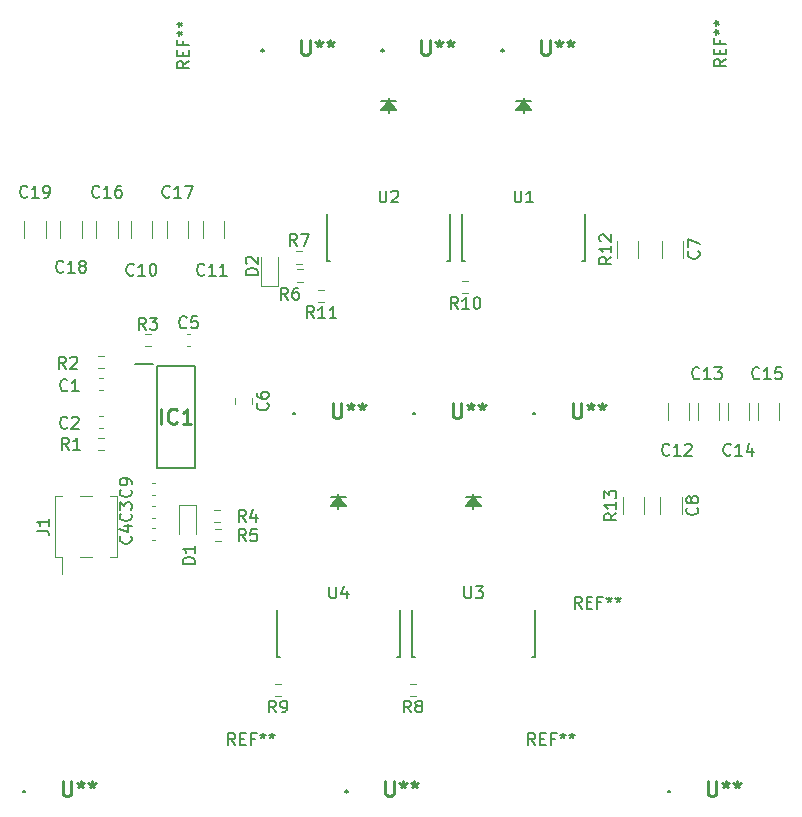
<source format=gto>
G04 #@! TF.GenerationSoftware,KiCad,Pcbnew,(5.1.9)-1*
G04 #@! TF.CreationDate,2021-04-16T15:15:28+02:00*
G04 #@! TF.ProjectId,Inverter,496e7665-7274-4657-922e-6b696361645f,rev?*
G04 #@! TF.SameCoordinates,Original*
G04 #@! TF.FileFunction,Legend,Top*
G04 #@! TF.FilePolarity,Positive*
%FSLAX46Y46*%
G04 Gerber Fmt 4.6, Leading zero omitted, Abs format (unit mm)*
G04 Created by KiCad (PCBNEW (5.1.9)-1) date 2021-04-16 15:15:28*
%MOMM*%
%LPD*%
G01*
G04 APERTURE LIST*
%ADD10C,0.200000*%
%ADD11C,0.120000*%
%ADD12C,0.152400*%
%ADD13C,0.254000*%
%ADD14C,0.150000*%
G04 APERTURE END LIST*
D10*
X124405000Y-125295000D02*
X124405000Y-125295000D01*
X124205000Y-125295000D02*
X124205000Y-125295000D01*
X124405000Y-125295000D02*
G75*
G02*
X124205000Y-125295000I-100000J0D01*
G01*
X124205000Y-125295000D02*
G75*
G02*
X124405000Y-125295000I100000J0D01*
G01*
X96900000Y-125295000D02*
X96900000Y-125295000D01*
X97100000Y-125295000D02*
X97100000Y-125295000D01*
X96900000Y-125295000D02*
G75*
G02*
X97100000Y-125295000I100000J0D01*
G01*
X97100000Y-125295000D02*
G75*
G02*
X96900000Y-125295000I-100000J0D01*
G01*
X69795000Y-125295000D02*
X69795000Y-125295000D01*
X69595000Y-125295000D02*
X69595000Y-125295000D01*
X69795000Y-125295000D02*
G75*
G02*
X69595000Y-125295000I-100000J0D01*
G01*
X69595000Y-125295000D02*
G75*
G02*
X69795000Y-125295000I100000J0D01*
G01*
X112775000Y-93291000D02*
X112775000Y-93291000D01*
X112975000Y-93291000D02*
X112975000Y-93291000D01*
X112775000Y-93291000D02*
G75*
G02*
X112975000Y-93291000I100000J0D01*
G01*
X112975000Y-93291000D02*
G75*
G02*
X112775000Y-93291000I-100000J0D01*
G01*
X102815000Y-93291000D02*
X102815000Y-93291000D01*
X102615000Y-93291000D02*
X102615000Y-93291000D01*
X102815000Y-93291000D02*
G75*
G02*
X102615000Y-93291000I-100000J0D01*
G01*
X102615000Y-93291000D02*
G75*
G02*
X102815000Y-93291000I100000J0D01*
G01*
X92455000Y-93291000D02*
X92455000Y-93291000D01*
X92655000Y-93291000D02*
X92655000Y-93291000D01*
X92455000Y-93291000D02*
G75*
G02*
X92655000Y-93291000I100000J0D01*
G01*
X92655000Y-93291000D02*
G75*
G02*
X92455000Y-93291000I-100000J0D01*
G01*
X110308000Y-62557000D02*
X110308000Y-62557000D01*
X110108000Y-62557000D02*
X110108000Y-62557000D01*
X110308000Y-62557000D02*
G75*
G02*
X110108000Y-62557000I-100000J0D01*
G01*
X110108000Y-62557000D02*
G75*
G02*
X110308000Y-62557000I100000J0D01*
G01*
X99948000Y-62557000D02*
X99948000Y-62557000D01*
X100148000Y-62557000D02*
X100148000Y-62557000D01*
X99948000Y-62557000D02*
G75*
G02*
X100148000Y-62557000I100000J0D01*
G01*
X100148000Y-62557000D02*
G75*
G02*
X99948000Y-62557000I-100000J0D01*
G01*
X89988000Y-62557000D02*
X89988000Y-62557000D01*
X89788000Y-62557000D02*
X89788000Y-62557000D01*
X89988000Y-62557000D02*
G75*
G02*
X89788000Y-62557000I-100000J0D01*
G01*
X89788000Y-62557000D02*
G75*
G02*
X89988000Y-62557000I100000J0D01*
G01*
D11*
X71522000Y-77012748D02*
X71522000Y-78435252D01*
X69702000Y-77012748D02*
X69702000Y-78435252D01*
X74570000Y-77012748D02*
X74570000Y-78435252D01*
X72750000Y-77012748D02*
X72750000Y-78435252D01*
X83587000Y-77012748D02*
X83587000Y-78435252D01*
X81767000Y-77012748D02*
X81767000Y-78435252D01*
X77618000Y-77012748D02*
X77618000Y-78435252D01*
X75798000Y-77012748D02*
X75798000Y-78435252D01*
X80539000Y-77012748D02*
X80539000Y-78435252D01*
X78719000Y-77012748D02*
X78719000Y-78435252D01*
X120375000Y-101819064D02*
X120375000Y-100364936D01*
X122195000Y-101819064D02*
X122195000Y-100364936D01*
X119867000Y-80102064D02*
X119867000Y-78647936D01*
X121687000Y-80102064D02*
X121687000Y-78647936D01*
X125370000Y-100380748D02*
X125370000Y-101803252D01*
X123550000Y-100380748D02*
X123550000Y-101803252D01*
X125497000Y-78663748D02*
X125497000Y-80086252D01*
X123677000Y-78663748D02*
X123677000Y-80086252D01*
X133625000Y-92405148D02*
X133625000Y-93827652D01*
X131805000Y-92405148D02*
X131805000Y-93827652D01*
X131085000Y-92405148D02*
X131085000Y-93827652D01*
X129265000Y-92405148D02*
X129265000Y-93827652D01*
X128545000Y-92405148D02*
X128545000Y-93827652D01*
X126725000Y-92405148D02*
X126725000Y-93827652D01*
X126005000Y-92405148D02*
X126005000Y-93827652D01*
X124185000Y-92405148D02*
X124185000Y-93827652D01*
X86635000Y-77012748D02*
X86635000Y-78435252D01*
X84815000Y-77012748D02*
X84815000Y-78435252D01*
X74420000Y-100270000D02*
X75440000Y-100270000D01*
X74420000Y-105470000D02*
X75440000Y-105470000D01*
X76960000Y-100270000D02*
X77530000Y-100270000D01*
X76960000Y-105470000D02*
X77530000Y-105470000D01*
X72330000Y-100270000D02*
X72900000Y-100270000D01*
X72330000Y-105470000D02*
X72900000Y-105470000D01*
X72900000Y-106910000D02*
X72900000Y-105470000D01*
X77530000Y-105470000D02*
X77530000Y-100270000D01*
X72330000Y-105470000D02*
X72330000Y-100270000D01*
D12*
X96316800Y-101409500D02*
X96316800Y-100139500D01*
X96951800Y-100393500D02*
X95681800Y-100393500D01*
X96316800Y-100393500D02*
X96951800Y-101155500D01*
X96316800Y-100393500D02*
X96824800Y-101155500D01*
X96316800Y-100393500D02*
X96697800Y-101155500D01*
X96316800Y-100393500D02*
X96570800Y-101155500D01*
X96316800Y-100393500D02*
X96443800Y-101155500D01*
X96316800Y-100393500D02*
X95681800Y-101155500D01*
X96316800Y-100393500D02*
X95808800Y-101155500D01*
X96316800Y-100393500D02*
X95935800Y-101155500D01*
X96316800Y-100393500D02*
X96062800Y-101155500D01*
X96316800Y-100393500D02*
X96189800Y-101155500D01*
X96951800Y-101155500D02*
X95681800Y-101155500D01*
X91135200Y-113906300D02*
X91339561Y-113906300D01*
X101498400Y-113906300D02*
X101498400Y-109915288D01*
X91135200Y-109915288D02*
X91135200Y-113906300D01*
X101294039Y-113906300D02*
X101498400Y-113906300D01*
X107746800Y-101384100D02*
X107746800Y-100114100D01*
X108381800Y-100368100D02*
X107111800Y-100368100D01*
X107746800Y-100368100D02*
X108381800Y-101130100D01*
X107746800Y-100368100D02*
X108254800Y-101130100D01*
X107746800Y-100368100D02*
X108127800Y-101130100D01*
X107746800Y-100368100D02*
X108000800Y-101130100D01*
X107746800Y-100368100D02*
X107873800Y-101130100D01*
X107746800Y-100368100D02*
X107111800Y-101130100D01*
X107746800Y-100368100D02*
X107238800Y-101130100D01*
X107746800Y-100368100D02*
X107365800Y-101130100D01*
X107746800Y-100368100D02*
X107492800Y-101130100D01*
X107746800Y-100368100D02*
X107619800Y-101130100D01*
X108381800Y-101130100D02*
X107111800Y-101130100D01*
X102565200Y-113880900D02*
X102769561Y-113880900D01*
X112928400Y-113880900D02*
X112928400Y-109889888D01*
X102565200Y-109889888D02*
X102565200Y-113880900D01*
X112724039Y-113880900D02*
X112928400Y-113880900D01*
X100558600Y-67881500D02*
X100558600Y-66611500D01*
X101193600Y-66865500D02*
X99923600Y-66865500D01*
X100558600Y-66865500D02*
X101193600Y-67627500D01*
X100558600Y-66865500D02*
X101066600Y-67627500D01*
X100558600Y-66865500D02*
X100939600Y-67627500D01*
X100558600Y-66865500D02*
X100812600Y-67627500D01*
X100558600Y-66865500D02*
X100685600Y-67627500D01*
X100558600Y-66865500D02*
X99923600Y-67627500D01*
X100558600Y-66865500D02*
X100050600Y-67627500D01*
X100558600Y-66865500D02*
X100177600Y-67627500D01*
X100558600Y-66865500D02*
X100304600Y-67627500D01*
X100558600Y-66865500D02*
X100431600Y-67627500D01*
X101193600Y-67627500D02*
X99923600Y-67627500D01*
X95377000Y-80378300D02*
X95581361Y-80378300D01*
X105740200Y-80378300D02*
X105740200Y-76387288D01*
X95377000Y-76387288D02*
X95377000Y-80378300D01*
X105535839Y-80378300D02*
X105740200Y-80378300D01*
X111988600Y-67881500D02*
X111988600Y-66611500D01*
X112623600Y-66865500D02*
X111353600Y-66865500D01*
X111988600Y-66865500D02*
X112623600Y-67627500D01*
X111988600Y-66865500D02*
X112496600Y-67627500D01*
X111988600Y-66865500D02*
X112369600Y-67627500D01*
X111988600Y-66865500D02*
X112242600Y-67627500D01*
X111988600Y-66865500D02*
X112115600Y-67627500D01*
X111988600Y-66865500D02*
X111353600Y-67627500D01*
X111988600Y-66865500D02*
X111480600Y-67627500D01*
X111988600Y-66865500D02*
X111607600Y-67627500D01*
X111988600Y-66865500D02*
X111734600Y-67627500D01*
X111988600Y-66865500D02*
X111861600Y-67627500D01*
X112623600Y-67627500D02*
X111353600Y-67627500D01*
X106807000Y-80378300D02*
X107011361Y-80378300D01*
X117170200Y-80378300D02*
X117170200Y-76387288D01*
X106807000Y-76387288D02*
X106807000Y-80378300D01*
X116965839Y-80378300D02*
X117170200Y-80378300D01*
D10*
X80950000Y-89248600D02*
X84150000Y-89248600D01*
X84150000Y-89248600D02*
X84150000Y-97898600D01*
X84150000Y-97898600D02*
X80950000Y-97898600D01*
X80950000Y-97898600D02*
X80950000Y-89248600D01*
X79075000Y-89063600D02*
X80600000Y-89063600D01*
D11*
X89000000Y-91967248D02*
X89000000Y-92489752D01*
X87530000Y-91967248D02*
X87530000Y-92489752D01*
X82805600Y-101043600D02*
X82805600Y-103503600D01*
X84275600Y-101043600D02*
X82805600Y-101043600D01*
X84275600Y-103503600D02*
X84275600Y-101043600D01*
X86333424Y-103033300D02*
X85823976Y-103033300D01*
X86333424Y-104078300D02*
X85823976Y-104078300D01*
X86311824Y-101433100D02*
X85802376Y-101433100D01*
X86311824Y-102478100D02*
X85802376Y-102478100D01*
X80498733Y-102110000D02*
X80791267Y-102110000D01*
X80498733Y-101090000D02*
X80791267Y-101090000D01*
X80498733Y-100205000D02*
X80791267Y-100205000D01*
X80498733Y-99185000D02*
X80791267Y-99185000D01*
X83469433Y-87555800D02*
X83761967Y-87555800D01*
X83469433Y-86535800D02*
X83761967Y-86535800D01*
X80791267Y-102995000D02*
X80498733Y-102995000D01*
X80791267Y-104015000D02*
X80498733Y-104015000D01*
X76346267Y-93470000D02*
X76053733Y-93470000D01*
X76346267Y-94490000D02*
X76053733Y-94490000D01*
X76346267Y-90295000D02*
X76053733Y-90295000D01*
X76346267Y-91315000D02*
X76053733Y-91315000D01*
X76454724Y-95362500D02*
X75945276Y-95362500D01*
X76454724Y-96407500D02*
X75945276Y-96407500D01*
X80440624Y-86523300D02*
X79931176Y-86523300D01*
X80440624Y-87568300D02*
X79931176Y-87568300D01*
X75945276Y-89422500D02*
X76454724Y-89422500D01*
X75945276Y-88377500D02*
X76454724Y-88377500D01*
X91440724Y-116190500D02*
X90931276Y-116190500D01*
X91440724Y-117235500D02*
X90931276Y-117235500D01*
X102870724Y-116190500D02*
X102361276Y-116190500D01*
X102870724Y-117235500D02*
X102361276Y-117235500D01*
X95123724Y-82789500D02*
X94614276Y-82789500D01*
X95123724Y-83834500D02*
X94614276Y-83834500D01*
X107315724Y-82027500D02*
X106806276Y-82027500D01*
X107315724Y-83072500D02*
X106806276Y-83072500D01*
X93267624Y-79538300D02*
X92758176Y-79538300D01*
X93267624Y-80583300D02*
X92758176Y-80583300D01*
X93271424Y-81087700D02*
X92761976Y-81087700D01*
X93271424Y-82132700D02*
X92761976Y-82132700D01*
X91184400Y-82468800D02*
X91184400Y-80008800D01*
X89714400Y-82468800D02*
X91184400Y-82468800D01*
X89714400Y-80008800D02*
X89714400Y-82468800D01*
D13*
X127574523Y-124399523D02*
X127574523Y-125427619D01*
X127635000Y-125548571D01*
X127695476Y-125609047D01*
X127816428Y-125669523D01*
X128058333Y-125669523D01*
X128179285Y-125609047D01*
X128239761Y-125548571D01*
X128300238Y-125427619D01*
X128300238Y-124399523D01*
X129086428Y-124399523D02*
X129086428Y-124701904D01*
X128784047Y-124580952D02*
X129086428Y-124701904D01*
X129388809Y-124580952D01*
X128905000Y-124943809D02*
X129086428Y-124701904D01*
X129267857Y-124943809D01*
X130054047Y-124399523D02*
X130054047Y-124701904D01*
X129751666Y-124580952D02*
X130054047Y-124701904D01*
X130356428Y-124580952D01*
X129872619Y-124943809D02*
X130054047Y-124701904D01*
X130235476Y-124943809D01*
X100269523Y-124399523D02*
X100269523Y-125427619D01*
X100330000Y-125548571D01*
X100390476Y-125609047D01*
X100511428Y-125669523D01*
X100753333Y-125669523D01*
X100874285Y-125609047D01*
X100934761Y-125548571D01*
X100995238Y-125427619D01*
X100995238Y-124399523D01*
X101781428Y-124399523D02*
X101781428Y-124701904D01*
X101479047Y-124580952D02*
X101781428Y-124701904D01*
X102083809Y-124580952D01*
X101600000Y-124943809D02*
X101781428Y-124701904D01*
X101962857Y-124943809D01*
X102749047Y-124399523D02*
X102749047Y-124701904D01*
X102446666Y-124580952D02*
X102749047Y-124701904D01*
X103051428Y-124580952D01*
X102567619Y-124943809D02*
X102749047Y-124701904D01*
X102930476Y-124943809D01*
X72964523Y-124399523D02*
X72964523Y-125427619D01*
X73025000Y-125548571D01*
X73085476Y-125609047D01*
X73206428Y-125669523D01*
X73448333Y-125669523D01*
X73569285Y-125609047D01*
X73629761Y-125548571D01*
X73690238Y-125427619D01*
X73690238Y-124399523D01*
X74476428Y-124399523D02*
X74476428Y-124701904D01*
X74174047Y-124580952D02*
X74476428Y-124701904D01*
X74778809Y-124580952D01*
X74295000Y-124943809D02*
X74476428Y-124701904D01*
X74657857Y-124943809D01*
X75444047Y-124399523D02*
X75444047Y-124701904D01*
X75141666Y-124580952D02*
X75444047Y-124701904D01*
X75746428Y-124580952D01*
X75262619Y-124943809D02*
X75444047Y-124701904D01*
X75625476Y-124943809D01*
X116144523Y-92395523D02*
X116144523Y-93423619D01*
X116205000Y-93544571D01*
X116265476Y-93605047D01*
X116386428Y-93665523D01*
X116628333Y-93665523D01*
X116749285Y-93605047D01*
X116809761Y-93544571D01*
X116870238Y-93423619D01*
X116870238Y-92395523D01*
X117656428Y-92395523D02*
X117656428Y-92697904D01*
X117354047Y-92576952D02*
X117656428Y-92697904D01*
X117958809Y-92576952D01*
X117475000Y-92939809D02*
X117656428Y-92697904D01*
X117837857Y-92939809D01*
X118624047Y-92395523D02*
X118624047Y-92697904D01*
X118321666Y-92576952D02*
X118624047Y-92697904D01*
X118926428Y-92576952D01*
X118442619Y-92939809D02*
X118624047Y-92697904D01*
X118805476Y-92939809D01*
X105984523Y-92395523D02*
X105984523Y-93423619D01*
X106045000Y-93544571D01*
X106105476Y-93605047D01*
X106226428Y-93665523D01*
X106468333Y-93665523D01*
X106589285Y-93605047D01*
X106649761Y-93544571D01*
X106710238Y-93423619D01*
X106710238Y-92395523D01*
X107496428Y-92395523D02*
X107496428Y-92697904D01*
X107194047Y-92576952D02*
X107496428Y-92697904D01*
X107798809Y-92576952D01*
X107315000Y-92939809D02*
X107496428Y-92697904D01*
X107677857Y-92939809D01*
X108464047Y-92395523D02*
X108464047Y-92697904D01*
X108161666Y-92576952D02*
X108464047Y-92697904D01*
X108766428Y-92576952D01*
X108282619Y-92939809D02*
X108464047Y-92697904D01*
X108645476Y-92939809D01*
X95824523Y-92395523D02*
X95824523Y-93423619D01*
X95885000Y-93544571D01*
X95945476Y-93605047D01*
X96066428Y-93665523D01*
X96308333Y-93665523D01*
X96429285Y-93605047D01*
X96489761Y-93544571D01*
X96550238Y-93423619D01*
X96550238Y-92395523D01*
X97336428Y-92395523D02*
X97336428Y-92697904D01*
X97034047Y-92576952D02*
X97336428Y-92697904D01*
X97638809Y-92576952D01*
X97155000Y-92939809D02*
X97336428Y-92697904D01*
X97517857Y-92939809D01*
X98304047Y-92395523D02*
X98304047Y-92697904D01*
X98001666Y-92576952D02*
X98304047Y-92697904D01*
X98606428Y-92576952D01*
X98122619Y-92939809D02*
X98304047Y-92697904D01*
X98485476Y-92939809D01*
X113477523Y-61661523D02*
X113477523Y-62689619D01*
X113538000Y-62810571D01*
X113598476Y-62871047D01*
X113719428Y-62931523D01*
X113961333Y-62931523D01*
X114082285Y-62871047D01*
X114142761Y-62810571D01*
X114203238Y-62689619D01*
X114203238Y-61661523D01*
X114989428Y-61661523D02*
X114989428Y-61963904D01*
X114687047Y-61842952D02*
X114989428Y-61963904D01*
X115291809Y-61842952D01*
X114808000Y-62205809D02*
X114989428Y-61963904D01*
X115170857Y-62205809D01*
X115957047Y-61661523D02*
X115957047Y-61963904D01*
X115654666Y-61842952D02*
X115957047Y-61963904D01*
X116259428Y-61842952D01*
X115775619Y-62205809D02*
X115957047Y-61963904D01*
X116138476Y-62205809D01*
X103317523Y-61661523D02*
X103317523Y-62689619D01*
X103378000Y-62810571D01*
X103438476Y-62871047D01*
X103559428Y-62931523D01*
X103801333Y-62931523D01*
X103922285Y-62871047D01*
X103982761Y-62810571D01*
X104043238Y-62689619D01*
X104043238Y-61661523D01*
X104829428Y-61661523D02*
X104829428Y-61963904D01*
X104527047Y-61842952D02*
X104829428Y-61963904D01*
X105131809Y-61842952D01*
X104648000Y-62205809D02*
X104829428Y-61963904D01*
X105010857Y-62205809D01*
X105797047Y-61661523D02*
X105797047Y-61963904D01*
X105494666Y-61842952D02*
X105797047Y-61963904D01*
X106099428Y-61842952D01*
X105615619Y-62205809D02*
X105797047Y-61963904D01*
X105978476Y-62205809D01*
X93157523Y-61661523D02*
X93157523Y-62689619D01*
X93218000Y-62810571D01*
X93278476Y-62871047D01*
X93399428Y-62931523D01*
X93641333Y-62931523D01*
X93762285Y-62871047D01*
X93822761Y-62810571D01*
X93883238Y-62689619D01*
X93883238Y-61661523D01*
X94669428Y-61661523D02*
X94669428Y-61963904D01*
X94367047Y-61842952D02*
X94669428Y-61963904D01*
X94971809Y-61842952D01*
X94488000Y-62205809D02*
X94669428Y-61963904D01*
X94850857Y-62205809D01*
X95637047Y-61661523D02*
X95637047Y-61963904D01*
X95334666Y-61842952D02*
X95637047Y-61963904D01*
X95939428Y-61842952D01*
X95455619Y-62205809D02*
X95637047Y-61963904D01*
X95818476Y-62205809D01*
D14*
X69969142Y-74906142D02*
X69921523Y-74953761D01*
X69778666Y-75001380D01*
X69683428Y-75001380D01*
X69540571Y-74953761D01*
X69445333Y-74858523D01*
X69397714Y-74763285D01*
X69350095Y-74572809D01*
X69350095Y-74429952D01*
X69397714Y-74239476D01*
X69445333Y-74144238D01*
X69540571Y-74049000D01*
X69683428Y-74001380D01*
X69778666Y-74001380D01*
X69921523Y-74049000D01*
X69969142Y-74096619D01*
X70921523Y-75001380D02*
X70350095Y-75001380D01*
X70635809Y-75001380D02*
X70635809Y-74001380D01*
X70540571Y-74144238D01*
X70445333Y-74239476D01*
X70350095Y-74287095D01*
X71397714Y-75001380D02*
X71588190Y-75001380D01*
X71683428Y-74953761D01*
X71731047Y-74906142D01*
X71826285Y-74763285D01*
X71873904Y-74572809D01*
X71873904Y-74191857D01*
X71826285Y-74096619D01*
X71778666Y-74049000D01*
X71683428Y-74001380D01*
X71492952Y-74001380D01*
X71397714Y-74049000D01*
X71350095Y-74096619D01*
X71302476Y-74191857D01*
X71302476Y-74429952D01*
X71350095Y-74525190D01*
X71397714Y-74572809D01*
X71492952Y-74620428D01*
X71683428Y-74620428D01*
X71778666Y-74572809D01*
X71826285Y-74525190D01*
X71873904Y-74429952D01*
X73017142Y-81256142D02*
X72969523Y-81303761D01*
X72826666Y-81351380D01*
X72731428Y-81351380D01*
X72588571Y-81303761D01*
X72493333Y-81208523D01*
X72445714Y-81113285D01*
X72398095Y-80922809D01*
X72398095Y-80779952D01*
X72445714Y-80589476D01*
X72493333Y-80494238D01*
X72588571Y-80399000D01*
X72731428Y-80351380D01*
X72826666Y-80351380D01*
X72969523Y-80399000D01*
X73017142Y-80446619D01*
X73969523Y-81351380D02*
X73398095Y-81351380D01*
X73683809Y-81351380D02*
X73683809Y-80351380D01*
X73588571Y-80494238D01*
X73493333Y-80589476D01*
X73398095Y-80637095D01*
X74540952Y-80779952D02*
X74445714Y-80732333D01*
X74398095Y-80684714D01*
X74350476Y-80589476D01*
X74350476Y-80541857D01*
X74398095Y-80446619D01*
X74445714Y-80399000D01*
X74540952Y-80351380D01*
X74731428Y-80351380D01*
X74826666Y-80399000D01*
X74874285Y-80446619D01*
X74921904Y-80541857D01*
X74921904Y-80589476D01*
X74874285Y-80684714D01*
X74826666Y-80732333D01*
X74731428Y-80779952D01*
X74540952Y-80779952D01*
X74445714Y-80827571D01*
X74398095Y-80875190D01*
X74350476Y-80970428D01*
X74350476Y-81160904D01*
X74398095Y-81256142D01*
X74445714Y-81303761D01*
X74540952Y-81351380D01*
X74731428Y-81351380D01*
X74826666Y-81303761D01*
X74874285Y-81256142D01*
X74921904Y-81160904D01*
X74921904Y-80970428D01*
X74874285Y-80875190D01*
X74826666Y-80827571D01*
X74731428Y-80779952D01*
X82034142Y-74906142D02*
X81986523Y-74953761D01*
X81843666Y-75001380D01*
X81748428Y-75001380D01*
X81605571Y-74953761D01*
X81510333Y-74858523D01*
X81462714Y-74763285D01*
X81415095Y-74572809D01*
X81415095Y-74429952D01*
X81462714Y-74239476D01*
X81510333Y-74144238D01*
X81605571Y-74049000D01*
X81748428Y-74001380D01*
X81843666Y-74001380D01*
X81986523Y-74049000D01*
X82034142Y-74096619D01*
X82986523Y-75001380D02*
X82415095Y-75001380D01*
X82700809Y-75001380D02*
X82700809Y-74001380D01*
X82605571Y-74144238D01*
X82510333Y-74239476D01*
X82415095Y-74287095D01*
X83319857Y-74001380D02*
X83986523Y-74001380D01*
X83557952Y-75001380D01*
X76065142Y-74906142D02*
X76017523Y-74953761D01*
X75874666Y-75001380D01*
X75779428Y-75001380D01*
X75636571Y-74953761D01*
X75541333Y-74858523D01*
X75493714Y-74763285D01*
X75446095Y-74572809D01*
X75446095Y-74429952D01*
X75493714Y-74239476D01*
X75541333Y-74144238D01*
X75636571Y-74049000D01*
X75779428Y-74001380D01*
X75874666Y-74001380D01*
X76017523Y-74049000D01*
X76065142Y-74096619D01*
X77017523Y-75001380D02*
X76446095Y-75001380D01*
X76731809Y-75001380D02*
X76731809Y-74001380D01*
X76636571Y-74144238D01*
X76541333Y-74239476D01*
X76446095Y-74287095D01*
X77874666Y-74001380D02*
X77684190Y-74001380D01*
X77588952Y-74049000D01*
X77541333Y-74096619D01*
X77446095Y-74239476D01*
X77398476Y-74429952D01*
X77398476Y-74810904D01*
X77446095Y-74906142D01*
X77493714Y-74953761D01*
X77588952Y-75001380D01*
X77779428Y-75001380D01*
X77874666Y-74953761D01*
X77922285Y-74906142D01*
X77969904Y-74810904D01*
X77969904Y-74572809D01*
X77922285Y-74477571D01*
X77874666Y-74429952D01*
X77779428Y-74382333D01*
X77588952Y-74382333D01*
X77493714Y-74429952D01*
X77446095Y-74477571D01*
X77398476Y-74572809D01*
X78986142Y-81510142D02*
X78938523Y-81557761D01*
X78795666Y-81605380D01*
X78700428Y-81605380D01*
X78557571Y-81557761D01*
X78462333Y-81462523D01*
X78414714Y-81367285D01*
X78367095Y-81176809D01*
X78367095Y-81033952D01*
X78414714Y-80843476D01*
X78462333Y-80748238D01*
X78557571Y-80653000D01*
X78700428Y-80605380D01*
X78795666Y-80605380D01*
X78938523Y-80653000D01*
X78986142Y-80700619D01*
X79938523Y-81605380D02*
X79367095Y-81605380D01*
X79652809Y-81605380D02*
X79652809Y-80605380D01*
X79557571Y-80748238D01*
X79462333Y-80843476D01*
X79367095Y-80891095D01*
X80557571Y-80605380D02*
X80652809Y-80605380D01*
X80748047Y-80653000D01*
X80795666Y-80700619D01*
X80843285Y-80795857D01*
X80890904Y-80986333D01*
X80890904Y-81224428D01*
X80843285Y-81414904D01*
X80795666Y-81510142D01*
X80748047Y-81557761D01*
X80652809Y-81605380D01*
X80557571Y-81605380D01*
X80462333Y-81557761D01*
X80414714Y-81510142D01*
X80367095Y-81414904D01*
X80319476Y-81224428D01*
X80319476Y-80986333D01*
X80367095Y-80795857D01*
X80414714Y-80700619D01*
X80462333Y-80653000D01*
X80557571Y-80605380D01*
X116903666Y-109799380D02*
X116570333Y-109323190D01*
X116332238Y-109799380D02*
X116332238Y-108799380D01*
X116713190Y-108799380D01*
X116808428Y-108847000D01*
X116856047Y-108894619D01*
X116903666Y-108989857D01*
X116903666Y-109132714D01*
X116856047Y-109227952D01*
X116808428Y-109275571D01*
X116713190Y-109323190D01*
X116332238Y-109323190D01*
X117332238Y-109275571D02*
X117665571Y-109275571D01*
X117808428Y-109799380D02*
X117332238Y-109799380D01*
X117332238Y-108799380D01*
X117808428Y-108799380D01*
X118570333Y-109275571D02*
X118237000Y-109275571D01*
X118237000Y-109799380D02*
X118237000Y-108799380D01*
X118713190Y-108799380D01*
X119237000Y-108799380D02*
X119237000Y-109037476D01*
X118998904Y-108942238D02*
X119237000Y-109037476D01*
X119475095Y-108942238D01*
X119094142Y-109227952D02*
X119237000Y-109037476D01*
X119379857Y-109227952D01*
X119998904Y-108799380D02*
X119998904Y-109037476D01*
X119760809Y-108942238D02*
X119998904Y-109037476D01*
X120237000Y-108942238D01*
X119856047Y-109227952D02*
X119998904Y-109037476D01*
X120141761Y-109227952D01*
X119832380Y-101734857D02*
X119356190Y-102068190D01*
X119832380Y-102306285D02*
X118832380Y-102306285D01*
X118832380Y-101925333D01*
X118880000Y-101830095D01*
X118927619Y-101782476D01*
X119022857Y-101734857D01*
X119165714Y-101734857D01*
X119260952Y-101782476D01*
X119308571Y-101830095D01*
X119356190Y-101925333D01*
X119356190Y-102306285D01*
X119832380Y-100782476D02*
X119832380Y-101353904D01*
X119832380Y-101068190D02*
X118832380Y-101068190D01*
X118975238Y-101163428D01*
X119070476Y-101258666D01*
X119118095Y-101353904D01*
X118832380Y-100449142D02*
X118832380Y-99830095D01*
X119213333Y-100163428D01*
X119213333Y-100020571D01*
X119260952Y-99925333D01*
X119308571Y-99877714D01*
X119403809Y-99830095D01*
X119641904Y-99830095D01*
X119737142Y-99877714D01*
X119784761Y-99925333D01*
X119832380Y-100020571D01*
X119832380Y-100306285D01*
X119784761Y-100401523D01*
X119737142Y-100449142D01*
X119409380Y-80017857D02*
X118933190Y-80351190D01*
X119409380Y-80589285D02*
X118409380Y-80589285D01*
X118409380Y-80208333D01*
X118457000Y-80113095D01*
X118504619Y-80065476D01*
X118599857Y-80017857D01*
X118742714Y-80017857D01*
X118837952Y-80065476D01*
X118885571Y-80113095D01*
X118933190Y-80208333D01*
X118933190Y-80589285D01*
X119409380Y-79065476D02*
X119409380Y-79636904D01*
X119409380Y-79351190D02*
X118409380Y-79351190D01*
X118552238Y-79446428D01*
X118647476Y-79541666D01*
X118695095Y-79636904D01*
X118504619Y-78684523D02*
X118457000Y-78636904D01*
X118409380Y-78541666D01*
X118409380Y-78303571D01*
X118457000Y-78208333D01*
X118504619Y-78160714D01*
X118599857Y-78113095D01*
X118695095Y-78113095D01*
X118837952Y-78160714D01*
X119409380Y-78732142D01*
X119409380Y-78113095D01*
X126667142Y-101258666D02*
X126714761Y-101306285D01*
X126762380Y-101449142D01*
X126762380Y-101544380D01*
X126714761Y-101687238D01*
X126619523Y-101782476D01*
X126524285Y-101830095D01*
X126333809Y-101877714D01*
X126190952Y-101877714D01*
X126000476Y-101830095D01*
X125905238Y-101782476D01*
X125810000Y-101687238D01*
X125762380Y-101544380D01*
X125762380Y-101449142D01*
X125810000Y-101306285D01*
X125857619Y-101258666D01*
X126190952Y-100687238D02*
X126143333Y-100782476D01*
X126095714Y-100830095D01*
X126000476Y-100877714D01*
X125952857Y-100877714D01*
X125857619Y-100830095D01*
X125810000Y-100782476D01*
X125762380Y-100687238D01*
X125762380Y-100496761D01*
X125810000Y-100401523D01*
X125857619Y-100353904D01*
X125952857Y-100306285D01*
X126000476Y-100306285D01*
X126095714Y-100353904D01*
X126143333Y-100401523D01*
X126190952Y-100496761D01*
X126190952Y-100687238D01*
X126238571Y-100782476D01*
X126286190Y-100830095D01*
X126381428Y-100877714D01*
X126571904Y-100877714D01*
X126667142Y-100830095D01*
X126714761Y-100782476D01*
X126762380Y-100687238D01*
X126762380Y-100496761D01*
X126714761Y-100401523D01*
X126667142Y-100353904D01*
X126571904Y-100306285D01*
X126381428Y-100306285D01*
X126286190Y-100353904D01*
X126238571Y-100401523D01*
X126190952Y-100496761D01*
X126794142Y-79541666D02*
X126841761Y-79589285D01*
X126889380Y-79732142D01*
X126889380Y-79827380D01*
X126841761Y-79970238D01*
X126746523Y-80065476D01*
X126651285Y-80113095D01*
X126460809Y-80160714D01*
X126317952Y-80160714D01*
X126127476Y-80113095D01*
X126032238Y-80065476D01*
X125937000Y-79970238D01*
X125889380Y-79827380D01*
X125889380Y-79732142D01*
X125937000Y-79589285D01*
X125984619Y-79541666D01*
X125889380Y-79208333D02*
X125889380Y-78541666D01*
X126889380Y-78970238D01*
X131945142Y-90273142D02*
X131897523Y-90320761D01*
X131754666Y-90368380D01*
X131659428Y-90368380D01*
X131516571Y-90320761D01*
X131421333Y-90225523D01*
X131373714Y-90130285D01*
X131326095Y-89939809D01*
X131326095Y-89796952D01*
X131373714Y-89606476D01*
X131421333Y-89511238D01*
X131516571Y-89416000D01*
X131659428Y-89368380D01*
X131754666Y-89368380D01*
X131897523Y-89416000D01*
X131945142Y-89463619D01*
X132897523Y-90368380D02*
X132326095Y-90368380D01*
X132611809Y-90368380D02*
X132611809Y-89368380D01*
X132516571Y-89511238D01*
X132421333Y-89606476D01*
X132326095Y-89654095D01*
X133802285Y-89368380D02*
X133326095Y-89368380D01*
X133278476Y-89844571D01*
X133326095Y-89796952D01*
X133421333Y-89749333D01*
X133659428Y-89749333D01*
X133754666Y-89796952D01*
X133802285Y-89844571D01*
X133849904Y-89939809D01*
X133849904Y-90177904D01*
X133802285Y-90273142D01*
X133754666Y-90320761D01*
X133659428Y-90368380D01*
X133421333Y-90368380D01*
X133326095Y-90320761D01*
X133278476Y-90273142D01*
X129532142Y-96750142D02*
X129484523Y-96797761D01*
X129341666Y-96845380D01*
X129246428Y-96845380D01*
X129103571Y-96797761D01*
X129008333Y-96702523D01*
X128960714Y-96607285D01*
X128913095Y-96416809D01*
X128913095Y-96273952D01*
X128960714Y-96083476D01*
X129008333Y-95988238D01*
X129103571Y-95893000D01*
X129246428Y-95845380D01*
X129341666Y-95845380D01*
X129484523Y-95893000D01*
X129532142Y-95940619D01*
X130484523Y-96845380D02*
X129913095Y-96845380D01*
X130198809Y-96845380D02*
X130198809Y-95845380D01*
X130103571Y-95988238D01*
X130008333Y-96083476D01*
X129913095Y-96131095D01*
X131341666Y-96178714D02*
X131341666Y-96845380D01*
X131103571Y-95797761D02*
X130865476Y-96512047D01*
X131484523Y-96512047D01*
X126865142Y-90273142D02*
X126817523Y-90320761D01*
X126674666Y-90368380D01*
X126579428Y-90368380D01*
X126436571Y-90320761D01*
X126341333Y-90225523D01*
X126293714Y-90130285D01*
X126246095Y-89939809D01*
X126246095Y-89796952D01*
X126293714Y-89606476D01*
X126341333Y-89511238D01*
X126436571Y-89416000D01*
X126579428Y-89368380D01*
X126674666Y-89368380D01*
X126817523Y-89416000D01*
X126865142Y-89463619D01*
X127817523Y-90368380D02*
X127246095Y-90368380D01*
X127531809Y-90368380D02*
X127531809Y-89368380D01*
X127436571Y-89511238D01*
X127341333Y-89606476D01*
X127246095Y-89654095D01*
X128150857Y-89368380D02*
X128769904Y-89368380D01*
X128436571Y-89749333D01*
X128579428Y-89749333D01*
X128674666Y-89796952D01*
X128722285Y-89844571D01*
X128769904Y-89939809D01*
X128769904Y-90177904D01*
X128722285Y-90273142D01*
X128674666Y-90320761D01*
X128579428Y-90368380D01*
X128293714Y-90368380D01*
X128198476Y-90320761D01*
X128150857Y-90273142D01*
X124325142Y-96750142D02*
X124277523Y-96797761D01*
X124134666Y-96845380D01*
X124039428Y-96845380D01*
X123896571Y-96797761D01*
X123801333Y-96702523D01*
X123753714Y-96607285D01*
X123706095Y-96416809D01*
X123706095Y-96273952D01*
X123753714Y-96083476D01*
X123801333Y-95988238D01*
X123896571Y-95893000D01*
X124039428Y-95845380D01*
X124134666Y-95845380D01*
X124277523Y-95893000D01*
X124325142Y-95940619D01*
X125277523Y-96845380D02*
X124706095Y-96845380D01*
X124991809Y-96845380D02*
X124991809Y-95845380D01*
X124896571Y-95988238D01*
X124801333Y-96083476D01*
X124706095Y-96131095D01*
X125658476Y-95940619D02*
X125706095Y-95893000D01*
X125801333Y-95845380D01*
X126039428Y-95845380D01*
X126134666Y-95893000D01*
X126182285Y-95940619D01*
X126229904Y-96035857D01*
X126229904Y-96131095D01*
X126182285Y-96273952D01*
X125610857Y-96845380D01*
X126229904Y-96845380D01*
X84955142Y-81510142D02*
X84907523Y-81557761D01*
X84764666Y-81605380D01*
X84669428Y-81605380D01*
X84526571Y-81557761D01*
X84431333Y-81462523D01*
X84383714Y-81367285D01*
X84336095Y-81176809D01*
X84336095Y-81033952D01*
X84383714Y-80843476D01*
X84431333Y-80748238D01*
X84526571Y-80653000D01*
X84669428Y-80605380D01*
X84764666Y-80605380D01*
X84907523Y-80653000D01*
X84955142Y-80700619D01*
X85907523Y-81605380D02*
X85336095Y-81605380D01*
X85621809Y-81605380D02*
X85621809Y-80605380D01*
X85526571Y-80748238D01*
X85431333Y-80843476D01*
X85336095Y-80891095D01*
X86859904Y-81605380D02*
X86288476Y-81605380D01*
X86574190Y-81605380D02*
X86574190Y-80605380D01*
X86478952Y-80748238D01*
X86383714Y-80843476D01*
X86288476Y-80891095D01*
X83637380Y-63436333D02*
X83161190Y-63769666D01*
X83637380Y-64007761D02*
X82637380Y-64007761D01*
X82637380Y-63626809D01*
X82685000Y-63531571D01*
X82732619Y-63483952D01*
X82827857Y-63436333D01*
X82970714Y-63436333D01*
X83065952Y-63483952D01*
X83113571Y-63531571D01*
X83161190Y-63626809D01*
X83161190Y-64007761D01*
X83113571Y-63007761D02*
X83113571Y-62674428D01*
X83637380Y-62531571D02*
X83637380Y-63007761D01*
X82637380Y-63007761D01*
X82637380Y-62531571D01*
X83113571Y-61769666D02*
X83113571Y-62103000D01*
X83637380Y-62103000D02*
X82637380Y-62103000D01*
X82637380Y-61626809D01*
X82637380Y-61103000D02*
X82875476Y-61103000D01*
X82780238Y-61341095D02*
X82875476Y-61103000D01*
X82780238Y-60864904D01*
X83065952Y-61245857D02*
X82875476Y-61103000D01*
X83065952Y-60960142D01*
X82637380Y-60341095D02*
X82875476Y-60341095D01*
X82780238Y-60579190D02*
X82875476Y-60341095D01*
X82780238Y-60103000D01*
X83065952Y-60483952D02*
X82875476Y-60341095D01*
X83065952Y-60198238D01*
X129103380Y-63309333D02*
X128627190Y-63642666D01*
X129103380Y-63880761D02*
X128103380Y-63880761D01*
X128103380Y-63499809D01*
X128151000Y-63404571D01*
X128198619Y-63356952D01*
X128293857Y-63309333D01*
X128436714Y-63309333D01*
X128531952Y-63356952D01*
X128579571Y-63404571D01*
X128627190Y-63499809D01*
X128627190Y-63880761D01*
X128579571Y-62880761D02*
X128579571Y-62547428D01*
X129103380Y-62404571D02*
X129103380Y-62880761D01*
X128103380Y-62880761D01*
X128103380Y-62404571D01*
X128579571Y-61642666D02*
X128579571Y-61976000D01*
X129103380Y-61976000D02*
X128103380Y-61976000D01*
X128103380Y-61499809D01*
X128103380Y-60976000D02*
X128341476Y-60976000D01*
X128246238Y-61214095D02*
X128341476Y-60976000D01*
X128246238Y-60737904D01*
X128531952Y-61118857D02*
X128341476Y-60976000D01*
X128531952Y-60833142D01*
X128103380Y-60214095D02*
X128341476Y-60214095D01*
X128246238Y-60452190D02*
X128341476Y-60214095D01*
X128246238Y-59976000D01*
X128531952Y-60356952D02*
X128341476Y-60214095D01*
X128531952Y-60071238D01*
X112966666Y-121347380D02*
X112633333Y-120871190D01*
X112395238Y-121347380D02*
X112395238Y-120347380D01*
X112776190Y-120347380D01*
X112871428Y-120395000D01*
X112919047Y-120442619D01*
X112966666Y-120537857D01*
X112966666Y-120680714D01*
X112919047Y-120775952D01*
X112871428Y-120823571D01*
X112776190Y-120871190D01*
X112395238Y-120871190D01*
X113395238Y-120823571D02*
X113728571Y-120823571D01*
X113871428Y-121347380D02*
X113395238Y-121347380D01*
X113395238Y-120347380D01*
X113871428Y-120347380D01*
X114633333Y-120823571D02*
X114300000Y-120823571D01*
X114300000Y-121347380D02*
X114300000Y-120347380D01*
X114776190Y-120347380D01*
X115300000Y-120347380D02*
X115300000Y-120585476D01*
X115061904Y-120490238D02*
X115300000Y-120585476D01*
X115538095Y-120490238D01*
X115157142Y-120775952D02*
X115300000Y-120585476D01*
X115442857Y-120775952D01*
X116061904Y-120347380D02*
X116061904Y-120585476D01*
X115823809Y-120490238D02*
X116061904Y-120585476D01*
X116300000Y-120490238D01*
X115919047Y-120775952D02*
X116061904Y-120585476D01*
X116204761Y-120775952D01*
X87566666Y-121347380D02*
X87233333Y-120871190D01*
X86995238Y-121347380D02*
X86995238Y-120347380D01*
X87376190Y-120347380D01*
X87471428Y-120395000D01*
X87519047Y-120442619D01*
X87566666Y-120537857D01*
X87566666Y-120680714D01*
X87519047Y-120775952D01*
X87471428Y-120823571D01*
X87376190Y-120871190D01*
X86995238Y-120871190D01*
X87995238Y-120823571D02*
X88328571Y-120823571D01*
X88471428Y-121347380D02*
X87995238Y-121347380D01*
X87995238Y-120347380D01*
X88471428Y-120347380D01*
X89233333Y-120823571D02*
X88900000Y-120823571D01*
X88900000Y-121347380D02*
X88900000Y-120347380D01*
X89376190Y-120347380D01*
X89900000Y-120347380D02*
X89900000Y-120585476D01*
X89661904Y-120490238D02*
X89900000Y-120585476D01*
X90138095Y-120490238D01*
X89757142Y-120775952D02*
X89900000Y-120585476D01*
X90042857Y-120775952D01*
X90661904Y-120347380D02*
X90661904Y-120585476D01*
X90423809Y-120490238D02*
X90661904Y-120585476D01*
X90900000Y-120490238D01*
X90519047Y-120775952D02*
X90661904Y-120585476D01*
X90804761Y-120775952D01*
X70782380Y-103203333D02*
X71496666Y-103203333D01*
X71639523Y-103250952D01*
X71734761Y-103346190D01*
X71782380Y-103489047D01*
X71782380Y-103584285D01*
X71782380Y-102203333D02*
X71782380Y-102774761D01*
X71782380Y-102489047D02*
X70782380Y-102489047D01*
X70925238Y-102584285D01*
X71020476Y-102679523D01*
X71068095Y-102774761D01*
X95554895Y-107935780D02*
X95554895Y-108745304D01*
X95602514Y-108840542D01*
X95650133Y-108888161D01*
X95745371Y-108935780D01*
X95935847Y-108935780D01*
X96031085Y-108888161D01*
X96078704Y-108840542D01*
X96126323Y-108745304D01*
X96126323Y-107935780D01*
X97031085Y-108269114D02*
X97031085Y-108935780D01*
X96792990Y-107888161D02*
X96554895Y-108602447D01*
X97173942Y-108602447D01*
X106984895Y-107910380D02*
X106984895Y-108719904D01*
X107032514Y-108815142D01*
X107080133Y-108862761D01*
X107175371Y-108910380D01*
X107365847Y-108910380D01*
X107461085Y-108862761D01*
X107508704Y-108815142D01*
X107556323Y-108719904D01*
X107556323Y-107910380D01*
X107937276Y-107910380D02*
X108556323Y-107910380D01*
X108222990Y-108291333D01*
X108365847Y-108291333D01*
X108461085Y-108338952D01*
X108508704Y-108386571D01*
X108556323Y-108481809D01*
X108556323Y-108719904D01*
X108508704Y-108815142D01*
X108461085Y-108862761D01*
X108365847Y-108910380D01*
X108080133Y-108910380D01*
X107984895Y-108862761D01*
X107937276Y-108815142D01*
X99796695Y-74407780D02*
X99796695Y-75217304D01*
X99844314Y-75312542D01*
X99891933Y-75360161D01*
X99987171Y-75407780D01*
X100177647Y-75407780D01*
X100272885Y-75360161D01*
X100320504Y-75312542D01*
X100368123Y-75217304D01*
X100368123Y-74407780D01*
X100796695Y-74503019D02*
X100844314Y-74455400D01*
X100939552Y-74407780D01*
X101177647Y-74407780D01*
X101272885Y-74455400D01*
X101320504Y-74503019D01*
X101368123Y-74598257D01*
X101368123Y-74693495D01*
X101320504Y-74836352D01*
X100749076Y-75407780D01*
X101368123Y-75407780D01*
X111226695Y-74407780D02*
X111226695Y-75217304D01*
X111274314Y-75312542D01*
X111321933Y-75360161D01*
X111417171Y-75407780D01*
X111607647Y-75407780D01*
X111702885Y-75360161D01*
X111750504Y-75312542D01*
X111798123Y-75217304D01*
X111798123Y-74407780D01*
X112798123Y-75407780D02*
X112226695Y-75407780D01*
X112512409Y-75407780D02*
X112512409Y-74407780D01*
X112417171Y-74550638D01*
X112321933Y-74645876D01*
X112226695Y-74693495D01*
D13*
X81310238Y-94148123D02*
X81310238Y-92878123D01*
X82640714Y-94027171D02*
X82580238Y-94087647D01*
X82398809Y-94148123D01*
X82277857Y-94148123D01*
X82096428Y-94087647D01*
X81975476Y-93966695D01*
X81915000Y-93845742D01*
X81854523Y-93603838D01*
X81854523Y-93422409D01*
X81915000Y-93180504D01*
X81975476Y-93059552D01*
X82096428Y-92938600D01*
X82277857Y-92878123D01*
X82398809Y-92878123D01*
X82580238Y-92938600D01*
X82640714Y-92999076D01*
X83850238Y-94148123D02*
X83124523Y-94148123D01*
X83487380Y-94148123D02*
X83487380Y-92878123D01*
X83366428Y-93059552D01*
X83245476Y-93180504D01*
X83124523Y-93240980D01*
D14*
X90302142Y-92395166D02*
X90349761Y-92442785D01*
X90397380Y-92585642D01*
X90397380Y-92680880D01*
X90349761Y-92823738D01*
X90254523Y-92918976D01*
X90159285Y-92966595D01*
X89968809Y-93014214D01*
X89825952Y-93014214D01*
X89635476Y-92966595D01*
X89540238Y-92918976D01*
X89445000Y-92823738D01*
X89397380Y-92680880D01*
X89397380Y-92585642D01*
X89445000Y-92442785D01*
X89492619Y-92395166D01*
X89397380Y-91538023D02*
X89397380Y-91728500D01*
X89445000Y-91823738D01*
X89492619Y-91871357D01*
X89635476Y-91966595D01*
X89825952Y-92014214D01*
X90206904Y-92014214D01*
X90302142Y-91966595D01*
X90349761Y-91918976D01*
X90397380Y-91823738D01*
X90397380Y-91633261D01*
X90349761Y-91538023D01*
X90302142Y-91490404D01*
X90206904Y-91442785D01*
X89968809Y-91442785D01*
X89873571Y-91490404D01*
X89825952Y-91538023D01*
X89778333Y-91633261D01*
X89778333Y-91823738D01*
X89825952Y-91918976D01*
X89873571Y-91966595D01*
X89968809Y-92014214D01*
X84145380Y-106021095D02*
X83145380Y-106021095D01*
X83145380Y-105783000D01*
X83193000Y-105640142D01*
X83288238Y-105544904D01*
X83383476Y-105497285D01*
X83573952Y-105449666D01*
X83716809Y-105449666D01*
X83907285Y-105497285D01*
X84002523Y-105544904D01*
X84097761Y-105640142D01*
X84145380Y-105783000D01*
X84145380Y-106021095D01*
X84145380Y-104497285D02*
X84145380Y-105068714D01*
X84145380Y-104783000D02*
X83145380Y-104783000D01*
X83288238Y-104878238D01*
X83383476Y-104973476D01*
X83431095Y-105068714D01*
X88479333Y-104084380D02*
X88146000Y-103608190D01*
X87907904Y-104084380D02*
X87907904Y-103084380D01*
X88288857Y-103084380D01*
X88384095Y-103132000D01*
X88431714Y-103179619D01*
X88479333Y-103274857D01*
X88479333Y-103417714D01*
X88431714Y-103512952D01*
X88384095Y-103560571D01*
X88288857Y-103608190D01*
X87907904Y-103608190D01*
X89384095Y-103084380D02*
X88907904Y-103084380D01*
X88860285Y-103560571D01*
X88907904Y-103512952D01*
X89003142Y-103465333D01*
X89241238Y-103465333D01*
X89336476Y-103512952D01*
X89384095Y-103560571D01*
X89431714Y-103655809D01*
X89431714Y-103893904D01*
X89384095Y-103989142D01*
X89336476Y-104036761D01*
X89241238Y-104084380D01*
X89003142Y-104084380D01*
X88907904Y-104036761D01*
X88860285Y-103989142D01*
X88479333Y-102433380D02*
X88146000Y-101957190D01*
X87907904Y-102433380D02*
X87907904Y-101433380D01*
X88288857Y-101433380D01*
X88384095Y-101481000D01*
X88431714Y-101528619D01*
X88479333Y-101623857D01*
X88479333Y-101766714D01*
X88431714Y-101861952D01*
X88384095Y-101909571D01*
X88288857Y-101957190D01*
X87907904Y-101957190D01*
X89336476Y-101766714D02*
X89336476Y-102433380D01*
X89098380Y-101385761D02*
X88860285Y-102100047D01*
X89479333Y-102100047D01*
X78716142Y-101766666D02*
X78763761Y-101814285D01*
X78811380Y-101957142D01*
X78811380Y-102052380D01*
X78763761Y-102195238D01*
X78668523Y-102290476D01*
X78573285Y-102338095D01*
X78382809Y-102385714D01*
X78239952Y-102385714D01*
X78049476Y-102338095D01*
X77954238Y-102290476D01*
X77859000Y-102195238D01*
X77811380Y-102052380D01*
X77811380Y-101957142D01*
X77859000Y-101814285D01*
X77906619Y-101766666D01*
X77811380Y-101433333D02*
X77811380Y-100814285D01*
X78192333Y-101147619D01*
X78192333Y-101004761D01*
X78239952Y-100909523D01*
X78287571Y-100861904D01*
X78382809Y-100814285D01*
X78620904Y-100814285D01*
X78716142Y-100861904D01*
X78763761Y-100909523D01*
X78811380Y-101004761D01*
X78811380Y-101290476D01*
X78763761Y-101385714D01*
X78716142Y-101433333D01*
X78716142Y-99734666D02*
X78763761Y-99782285D01*
X78811380Y-99925142D01*
X78811380Y-100020380D01*
X78763761Y-100163238D01*
X78668523Y-100258476D01*
X78573285Y-100306095D01*
X78382809Y-100353714D01*
X78239952Y-100353714D01*
X78049476Y-100306095D01*
X77954238Y-100258476D01*
X77859000Y-100163238D01*
X77811380Y-100020380D01*
X77811380Y-99925142D01*
X77859000Y-99782285D01*
X77906619Y-99734666D01*
X78811380Y-99258476D02*
X78811380Y-99068000D01*
X78763761Y-98972761D01*
X78716142Y-98925142D01*
X78573285Y-98829904D01*
X78382809Y-98782285D01*
X78001857Y-98782285D01*
X77906619Y-98829904D01*
X77859000Y-98877523D01*
X77811380Y-98972761D01*
X77811380Y-99163238D01*
X77859000Y-99258476D01*
X77906619Y-99306095D01*
X78001857Y-99353714D01*
X78239952Y-99353714D01*
X78335190Y-99306095D01*
X78382809Y-99258476D01*
X78430428Y-99163238D01*
X78430428Y-98972761D01*
X78382809Y-98877523D01*
X78335190Y-98829904D01*
X78239952Y-98782285D01*
X83449033Y-85972942D02*
X83401414Y-86020561D01*
X83258557Y-86068180D01*
X83163319Y-86068180D01*
X83020461Y-86020561D01*
X82925223Y-85925323D01*
X82877604Y-85830085D01*
X82829985Y-85639609D01*
X82829985Y-85496752D01*
X82877604Y-85306276D01*
X82925223Y-85211038D01*
X83020461Y-85115800D01*
X83163319Y-85068180D01*
X83258557Y-85068180D01*
X83401414Y-85115800D01*
X83449033Y-85163419D01*
X84353795Y-85068180D02*
X83877604Y-85068180D01*
X83829985Y-85544371D01*
X83877604Y-85496752D01*
X83972842Y-85449133D01*
X84210938Y-85449133D01*
X84306176Y-85496752D01*
X84353795Y-85544371D01*
X84401414Y-85639609D01*
X84401414Y-85877704D01*
X84353795Y-85972942D01*
X84306176Y-86020561D01*
X84210938Y-86068180D01*
X83972842Y-86068180D01*
X83877604Y-86020561D01*
X83829985Y-85972942D01*
X78716142Y-103671666D02*
X78763761Y-103719285D01*
X78811380Y-103862142D01*
X78811380Y-103957380D01*
X78763761Y-104100238D01*
X78668523Y-104195476D01*
X78573285Y-104243095D01*
X78382809Y-104290714D01*
X78239952Y-104290714D01*
X78049476Y-104243095D01*
X77954238Y-104195476D01*
X77859000Y-104100238D01*
X77811380Y-103957380D01*
X77811380Y-103862142D01*
X77859000Y-103719285D01*
X77906619Y-103671666D01*
X78144714Y-102814523D02*
X78811380Y-102814523D01*
X77763761Y-103052619D02*
X78478047Y-103290714D01*
X78478047Y-102671666D01*
X73366333Y-94464142D02*
X73318714Y-94511761D01*
X73175857Y-94559380D01*
X73080619Y-94559380D01*
X72937761Y-94511761D01*
X72842523Y-94416523D01*
X72794904Y-94321285D01*
X72747285Y-94130809D01*
X72747285Y-93987952D01*
X72794904Y-93797476D01*
X72842523Y-93702238D01*
X72937761Y-93607000D01*
X73080619Y-93559380D01*
X73175857Y-93559380D01*
X73318714Y-93607000D01*
X73366333Y-93654619D01*
X73747285Y-93654619D02*
X73794904Y-93607000D01*
X73890142Y-93559380D01*
X74128238Y-93559380D01*
X74223476Y-93607000D01*
X74271095Y-93654619D01*
X74318714Y-93749857D01*
X74318714Y-93845095D01*
X74271095Y-93987952D01*
X73699666Y-94559380D01*
X74318714Y-94559380D01*
X73366333Y-91289142D02*
X73318714Y-91336761D01*
X73175857Y-91384380D01*
X73080619Y-91384380D01*
X72937761Y-91336761D01*
X72842523Y-91241523D01*
X72794904Y-91146285D01*
X72747285Y-90955809D01*
X72747285Y-90812952D01*
X72794904Y-90622476D01*
X72842523Y-90527238D01*
X72937761Y-90432000D01*
X73080619Y-90384380D01*
X73175857Y-90384380D01*
X73318714Y-90432000D01*
X73366333Y-90479619D01*
X74318714Y-91384380D02*
X73747285Y-91384380D01*
X74033000Y-91384380D02*
X74033000Y-90384380D01*
X73937761Y-90527238D01*
X73842523Y-90622476D01*
X73747285Y-90670095D01*
X73493333Y-96337380D02*
X73160000Y-95861190D01*
X72921904Y-96337380D02*
X72921904Y-95337380D01*
X73302857Y-95337380D01*
X73398095Y-95385000D01*
X73445714Y-95432619D01*
X73493333Y-95527857D01*
X73493333Y-95670714D01*
X73445714Y-95765952D01*
X73398095Y-95813571D01*
X73302857Y-95861190D01*
X72921904Y-95861190D01*
X74445714Y-96337380D02*
X73874285Y-96337380D01*
X74160000Y-96337380D02*
X74160000Y-95337380D01*
X74064761Y-95480238D01*
X73969523Y-95575476D01*
X73874285Y-95623095D01*
X80019233Y-86177380D02*
X79685900Y-85701190D01*
X79447804Y-86177380D02*
X79447804Y-85177380D01*
X79828757Y-85177380D01*
X79923995Y-85225000D01*
X79971614Y-85272619D01*
X80019233Y-85367857D01*
X80019233Y-85510714D01*
X79971614Y-85605952D01*
X79923995Y-85653571D01*
X79828757Y-85701190D01*
X79447804Y-85701190D01*
X80352566Y-85177380D02*
X80971614Y-85177380D01*
X80638280Y-85558333D01*
X80781138Y-85558333D01*
X80876376Y-85605952D01*
X80923995Y-85653571D01*
X80971614Y-85748809D01*
X80971614Y-85986904D01*
X80923995Y-86082142D01*
X80876376Y-86129761D01*
X80781138Y-86177380D01*
X80495423Y-86177380D01*
X80400185Y-86129761D01*
X80352566Y-86082142D01*
X73239333Y-89479380D02*
X72906000Y-89003190D01*
X72667904Y-89479380D02*
X72667904Y-88479380D01*
X73048857Y-88479380D01*
X73144095Y-88527000D01*
X73191714Y-88574619D01*
X73239333Y-88669857D01*
X73239333Y-88812714D01*
X73191714Y-88907952D01*
X73144095Y-88955571D01*
X73048857Y-89003190D01*
X72667904Y-89003190D01*
X73620285Y-88574619D02*
X73667904Y-88527000D01*
X73763142Y-88479380D01*
X74001238Y-88479380D01*
X74096476Y-88527000D01*
X74144095Y-88574619D01*
X74191714Y-88669857D01*
X74191714Y-88765095D01*
X74144095Y-88907952D01*
X73572666Y-89479380D01*
X74191714Y-89479380D01*
X91019333Y-118595380D02*
X90686000Y-118119190D01*
X90447904Y-118595380D02*
X90447904Y-117595380D01*
X90828857Y-117595380D01*
X90924095Y-117643000D01*
X90971714Y-117690619D01*
X91019333Y-117785857D01*
X91019333Y-117928714D01*
X90971714Y-118023952D01*
X90924095Y-118071571D01*
X90828857Y-118119190D01*
X90447904Y-118119190D01*
X91495523Y-118595380D02*
X91686000Y-118595380D01*
X91781238Y-118547761D01*
X91828857Y-118500142D01*
X91924095Y-118357285D01*
X91971714Y-118166809D01*
X91971714Y-117785857D01*
X91924095Y-117690619D01*
X91876476Y-117643000D01*
X91781238Y-117595380D01*
X91590761Y-117595380D01*
X91495523Y-117643000D01*
X91447904Y-117690619D01*
X91400285Y-117785857D01*
X91400285Y-118023952D01*
X91447904Y-118119190D01*
X91495523Y-118166809D01*
X91590761Y-118214428D01*
X91781238Y-118214428D01*
X91876476Y-118166809D01*
X91924095Y-118119190D01*
X91971714Y-118023952D01*
X102449333Y-118595380D02*
X102116000Y-118119190D01*
X101877904Y-118595380D02*
X101877904Y-117595380D01*
X102258857Y-117595380D01*
X102354095Y-117643000D01*
X102401714Y-117690619D01*
X102449333Y-117785857D01*
X102449333Y-117928714D01*
X102401714Y-118023952D01*
X102354095Y-118071571D01*
X102258857Y-118119190D01*
X101877904Y-118119190D01*
X103020761Y-118023952D02*
X102925523Y-117976333D01*
X102877904Y-117928714D01*
X102830285Y-117833476D01*
X102830285Y-117785857D01*
X102877904Y-117690619D01*
X102925523Y-117643000D01*
X103020761Y-117595380D01*
X103211238Y-117595380D01*
X103306476Y-117643000D01*
X103354095Y-117690619D01*
X103401714Y-117785857D01*
X103401714Y-117833476D01*
X103354095Y-117928714D01*
X103306476Y-117976333D01*
X103211238Y-118023952D01*
X103020761Y-118023952D01*
X102925523Y-118071571D01*
X102877904Y-118119190D01*
X102830285Y-118214428D01*
X102830285Y-118404904D01*
X102877904Y-118500142D01*
X102925523Y-118547761D01*
X103020761Y-118595380D01*
X103211238Y-118595380D01*
X103306476Y-118547761D01*
X103354095Y-118500142D01*
X103401714Y-118404904D01*
X103401714Y-118214428D01*
X103354095Y-118119190D01*
X103306476Y-118071571D01*
X103211238Y-118023952D01*
X94226142Y-85194380D02*
X93892809Y-84718190D01*
X93654714Y-85194380D02*
X93654714Y-84194380D01*
X94035666Y-84194380D01*
X94130904Y-84242000D01*
X94178523Y-84289619D01*
X94226142Y-84384857D01*
X94226142Y-84527714D01*
X94178523Y-84622952D01*
X94130904Y-84670571D01*
X94035666Y-84718190D01*
X93654714Y-84718190D01*
X95178523Y-85194380D02*
X94607095Y-85194380D01*
X94892809Y-85194380D02*
X94892809Y-84194380D01*
X94797571Y-84337238D01*
X94702333Y-84432476D01*
X94607095Y-84480095D01*
X96130904Y-85194380D02*
X95559476Y-85194380D01*
X95845190Y-85194380D02*
X95845190Y-84194380D01*
X95749952Y-84337238D01*
X95654714Y-84432476D01*
X95559476Y-84480095D01*
X106418142Y-84432380D02*
X106084809Y-83956190D01*
X105846714Y-84432380D02*
X105846714Y-83432380D01*
X106227666Y-83432380D01*
X106322904Y-83480000D01*
X106370523Y-83527619D01*
X106418142Y-83622857D01*
X106418142Y-83765714D01*
X106370523Y-83860952D01*
X106322904Y-83908571D01*
X106227666Y-83956190D01*
X105846714Y-83956190D01*
X107370523Y-84432380D02*
X106799095Y-84432380D01*
X107084809Y-84432380D02*
X107084809Y-83432380D01*
X106989571Y-83575238D01*
X106894333Y-83670476D01*
X106799095Y-83718095D01*
X107989571Y-83432380D02*
X108084809Y-83432380D01*
X108180047Y-83480000D01*
X108227666Y-83527619D01*
X108275285Y-83622857D01*
X108322904Y-83813333D01*
X108322904Y-84051428D01*
X108275285Y-84241904D01*
X108227666Y-84337142D01*
X108180047Y-84384761D01*
X108084809Y-84432380D01*
X107989571Y-84432380D01*
X107894333Y-84384761D01*
X107846714Y-84337142D01*
X107799095Y-84241904D01*
X107751476Y-84051428D01*
X107751476Y-83813333D01*
X107799095Y-83622857D01*
X107846714Y-83527619D01*
X107894333Y-83480000D01*
X107989571Y-83432380D01*
X92797333Y-79065380D02*
X92464000Y-78589190D01*
X92225904Y-79065380D02*
X92225904Y-78065380D01*
X92606857Y-78065380D01*
X92702095Y-78113000D01*
X92749714Y-78160619D01*
X92797333Y-78255857D01*
X92797333Y-78398714D01*
X92749714Y-78493952D01*
X92702095Y-78541571D01*
X92606857Y-78589190D01*
X92225904Y-78589190D01*
X93130666Y-78065380D02*
X93797333Y-78065380D01*
X93368761Y-79065380D01*
X92035333Y-83637380D02*
X91702000Y-83161190D01*
X91463904Y-83637380D02*
X91463904Y-82637380D01*
X91844857Y-82637380D01*
X91940095Y-82685000D01*
X91987714Y-82732619D01*
X92035333Y-82827857D01*
X92035333Y-82970714D01*
X91987714Y-83065952D01*
X91940095Y-83113571D01*
X91844857Y-83161190D01*
X91463904Y-83161190D01*
X92892476Y-82637380D02*
X92702000Y-82637380D01*
X92606761Y-82685000D01*
X92559142Y-82732619D01*
X92463904Y-82875476D01*
X92416285Y-83065952D01*
X92416285Y-83446904D01*
X92463904Y-83542142D01*
X92511523Y-83589761D01*
X92606761Y-83637380D01*
X92797238Y-83637380D01*
X92892476Y-83589761D01*
X92940095Y-83542142D01*
X92987714Y-83446904D01*
X92987714Y-83208809D01*
X92940095Y-83113571D01*
X92892476Y-83065952D01*
X92797238Y-83018333D01*
X92606761Y-83018333D01*
X92511523Y-83065952D01*
X92463904Y-83113571D01*
X92416285Y-83208809D01*
X89471780Y-81546895D02*
X88471780Y-81546895D01*
X88471780Y-81308800D01*
X88519400Y-81165942D01*
X88614638Y-81070704D01*
X88709876Y-81023085D01*
X88900352Y-80975466D01*
X89043209Y-80975466D01*
X89233685Y-81023085D01*
X89328923Y-81070704D01*
X89424161Y-81165942D01*
X89471780Y-81308800D01*
X89471780Y-81546895D01*
X88567019Y-80594514D02*
X88519400Y-80546895D01*
X88471780Y-80451657D01*
X88471780Y-80213561D01*
X88519400Y-80118323D01*
X88567019Y-80070704D01*
X88662257Y-80023085D01*
X88757495Y-80023085D01*
X88900352Y-80070704D01*
X89471780Y-80642133D01*
X89471780Y-80023085D01*
M02*

</source>
